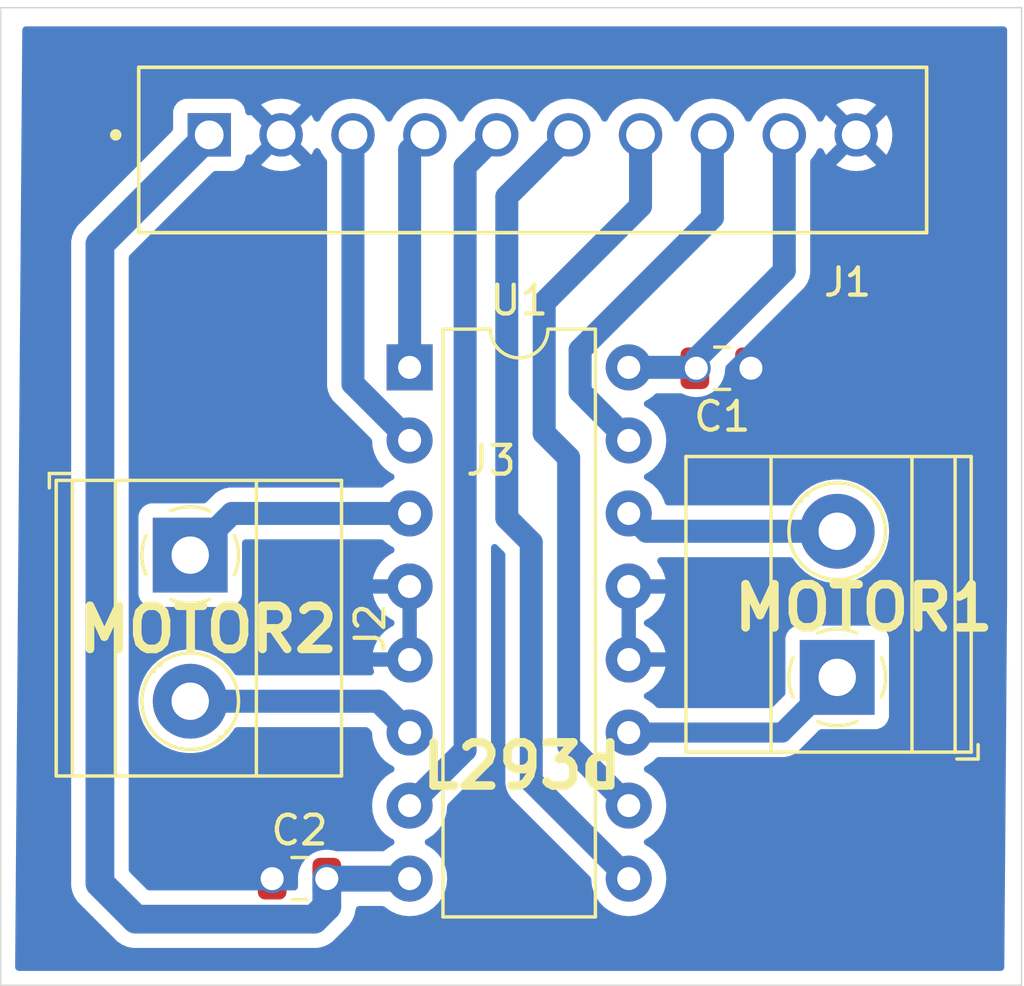
<source format=kicad_pcb>
(kicad_pcb (version 20240108) (generator "pcbnew") (generator_version "8.0")
  (layers (0 "F.Cu" signal) (31 "B.Cu" signal) (34 "B.Paste" user) (35 "F.Paste" user) (36 "B.SilkS" user "B.Silkscreen") (37 "F.SilkS" user "F.Silkscreen") (38 "B.Mask" user) (39 "F.Mask" user) (44 "Edge.Cuts" user))
  (net 0 "")
  (net 1 "GND")
  (net 2 "+5V")
  (net 3 "+12V")
  (net 4 "Net-(J2-Pin_1)")
  (net 5 "Net-(J2-Pin_2)")
  (net 6 "Net-(J3-Pin_2)")
  (net 7 "Net-(J3-Pin_1)")
  (net 8 "/M2")
  (net 9 "/M3")
  (net 10 "/PWM2")
  (net 11 "/M4")
  (net 12 "/M1")
  (net 13 "/PWM1")
  (footprint "B10B-XH-A_LF__SN_:JST_B10B-XH-A_LF__SN_" (layer "F.Cu") (at 170.5 84.4 180)
    (property "Reference" "J1" (at -10.95 -4.6 360) (layer "F.SilkS") (effects (font (size 0.944882 0.944882))))
    (property "Value" "B10B-XH-A_LF__SN_")
    (fp_line (start 13.7 2.875) (end -13.7 2.875) (stroke (width 0.127)) (layer "F.SilkS"))
    (fp_line (start 13.7 -2.875) (end 13.7 2.875) (stroke (width 0.127)) (layer "F.SilkS"))
    (fp_line (start -13.7 2.875) (end -13.7 -2.875) (stroke (width 0.127)) (layer "F.SilkS"))
    (fp_line (start -13.7 -2.875) (end 13.7 -2.875) (stroke (width 0.127)) (layer "F.SilkS"))
    (fp_circle (center 14.5 0.525) (end 14.6 0.525) (stroke (width 0.2)) (fill none) (layer "F.SilkS"))
    (pad "1" thru_hole rect (at 11.25 0.525 180) (size 1.508 1.508) (drill 1) (layers "*.Cu" "*.Mask") (net 3 "+12V"))
    (pad "2" thru_hole circle (at 8.75 0.525 180) (size 1.508 1.508) (drill 1) (layers "*.Cu" "*.Mask") (net 1 "GND"))
    (pad "3" thru_hole circle (at 6.25 0.525 180) (size 1.508 1.508) (drill 1) (layers "*.Cu" "*.Mask") (net 9 "/M3"))
    (pad "4" thru_hole circle (at 3.75 0.525 180) (size 1.508 1.508) (drill 1) (layers "*.Cu" "*.Mask") (net 10 "/PWM2"))
    (pad "5" thru_hole circle (at 1.25 0.525 180) (size 1.508 1.508) (drill 1) (layers "*.Cu" "*.Mask") (net 11 "/M4"))
    (pad "6" thru_hole circle (at -1.25 0.525 180) (size 1.508 1.508) (drill 1) (layers "*.Cu" "*.Mask") (net 13 "/PWM1"))
    (pad "7" thru_hole circle (at -3.75 0.525 180) (size 1.508 1.508) (drill 1) (layers "*.Cu" "*.Mask") (net 12 "/M1"))
    (pad "8" thru_hole circle (at -6.25 0.525 180) (size 1.508 1.508) (drill 1) (layers "*.Cu" "*.Mask") (net 8 "/M2"))
    (pad "9" thru_hole circle (at -8.75 0.525 180) (size 1.508 1.508) (drill 1) (layers "*.Cu" "*.Mask") (net 2 "+5V"))
    (pad "10" thru_hole circle (at -11.25 0.525 180) (size 1.508 1.508) (drill 1) (layers "*.Cu" "*.Mask") (net 1 "GND"))
  )
  (footprint "TerminalBlock_Phoenix:TerminalBlock_Phoenix_MKDS-1,5-2-5.08_1x02_P5.08mm_Horizontal" (layer "F.Cu") (at 181.09 102.74 90)
    (property "Reference" "J3" (at 7.54 -12.04 0) (layer "F.SilkS"))
    (property "Value" "Screw_Terminal_01x02")
    (fp_line (start 7.68 -5.261) (end 7.68 4.66) (stroke (width 0.12)) (layer "F.SilkS"))
    (fp_line (start -2.6 -5.261) (end 7.68 -5.261) (stroke (width 0.12)) (layer "F.SilkS"))
    (fp_line (start -2.6 -5.261) (end -2.6 4.66) (stroke (width 0.12)) (layer "F.SilkS"))
    (fp_line (start -2.6 -2.301) (end 7.68 -2.301) (stroke (width 0.12)) (layer "F.SilkS"))
    (fp_line (start 6.15 -1.275) (end 6.115 -1.239) (stroke (width 0.12)) (layer "F.SilkS"))
    (fp_line (start 6.355 -1.069) (end 6.308 -1.023) (stroke (width 0.12)) (layer "F.SilkS"))
    (fp_line (start 3.853 1.023) (end 3.806 1.069) (stroke (width 0.12)) (layer "F.SilkS"))
    (fp_line (start 4.046 1.239) (end 4.011 1.274) (stroke (width 0.12)) (layer "F.SilkS"))
    (fp_line (start -2.6 2.6) (end 7.68 2.6) (stroke (width 0.12)) (layer "F.SilkS"))
    (fp_line (start -2.6 4.1) (end 7.68 4.1) (stroke (width 0.12)) (layer "F.SilkS"))
    (fp_line (start -2.84 4.16) (end -2.84 4.9) (stroke (width 0.12)) (layer "F.SilkS"))
    (fp_line (start -2.6 4.66) (end 7.68 4.66) (stroke (width 0.12)) (layer "F.SilkS"))
    (fp_line (start -2.84 4.9) (end -2.34 4.9) (stroke (width 0.12)) (layer "F.SilkS"))
    (fp_arc (start -0.683042 -1.535427) (mid 0.000524 -1.680501) (end 0.684 -1.535) (stroke (width 0.12)) (layer "F.SilkS"))
    (fp_arc (start 1.535427 -0.683042) (mid 1.680501 0.000524) (end 1.535 0.684) (stroke (width 0.12)) (layer "F.SilkS"))
    (fp_arc (start -1.535427 0.683042) (mid -1.680501 -0.000524) (end -1.535 -0.684) (stroke (width 0.12)) (layer "F.SilkS"))
    (fp_arc (start 0.683318 1.534756) (mid 0.349292 1.643288) (end 0 1.68) (stroke (width 0.12)) (layer "F.SilkS"))
    (fp_arc (start 0.028805 1.680253) (mid -0.335551 1.646659) (end -0.684 1.535) (stroke (width 0.12)) (layer "F.SilkS"))
    (fp_circle (center 5.08 0) (end 6.76 0) (stroke (width 0.12)) (fill none) (layer "F.SilkS"))
    (pad "1" thru_hole rect (at 0 0 90) (size 2.6 2.6) (drill 1.3) (layers "*.Cu" "*.Mask") (net 7 "Net-(J3-Pin_1)"))
    (pad "2" thru_hole circle (at 5.08 0 90) (size 2.6 2.6) (drill 1.3) (layers "*.Cu" "*.Mask") (net 6 "Net-(J3-Pin_2)"))
  )
  (footprint "Capacitor_SMD:C_0805_2012Metric" (layer "F.Cu") (at 162.39 109.74)
    (property "Reference" "C2" (at 0 -1.68 0) (layer "F.SilkS"))
    (property "Value" "10 uF")
    (fp_line (start -0.261252 -0.735) (end 0.261252 -0.735) (stroke (width 0.12)) (layer "F.SilkS"))
    (fp_line (start -0.261252 0.735) (end 0.261252 0.735) (stroke (width 0.12)) (layer "F.SilkS"))
    (pad "1" smd roundrect (at -0.95 0) (size 1 1.45) (layers "F.Cu" "F.Paste" "F.Mask") (net 1 "GND"))
    (pad "2" smd roundrect (at 0.95 0) (size 1 1.45) (layers "F.Cu" "F.Paste" "F.Mask") (net 3 "+12V"))
  )
  (footprint "Package_DIP:DIP-16_W7.62mm" (layer "F.Cu") (at 166.22 91.96)
    (property "Reference" "U1" (at 3.81 -2.33 0) (layer "F.SilkS"))
    (property "Value" "L293D")
    (fp_line (start 1.16 -1.33) (end 1.16 19.11) (stroke (width 0.12)) (layer "F.SilkS"))
    (fp_line (start 1.16 19.11) (end 6.46 19.11) (stroke (width 0.12)) (layer "F.SilkS"))
    (fp_line (start 2.81 -1.33) (end 1.16 -1.33) (stroke (width 0.12)) (layer "F.SilkS"))
    (fp_line (start 6.46 -1.33) (end 4.81 -1.33) (stroke (width 0.12)) (layer "F.SilkS"))
    (fp_line (start 6.46 19.11) (end 6.46 -1.33) (stroke (width 0.12)) (layer "F.SilkS"))
    (fp_arc (start 4.81 -1.33) (mid 3.81 -0.33) (end 2.81 -1.33) (stroke (width 0.12)) (layer "F.SilkS"))
    (pad "1" thru_hole rect (at 0 0) (size 1.6 1.6) (drill 0.8) (layers "*.Cu" "*.Mask") (net 10 "/PWM2"))
    (pad "2" thru_hole oval (at 0 2.54) (size 1.6 1.6) (drill 0.8) (layers "*.Cu" "*.Mask") (net 9 "/M3"))
    (pad "3" thru_hole oval (at 0 5.08) (size 1.6 1.6) (drill 0.8) (layers "*.Cu" "*.Mask") (net 4 "Net-(J2-Pin_1)"))
    (pad "4" thru_hole oval (at 0 7.62) (size 1.6 1.6) (drill 0.8) (layers "*.Cu" "*.Mask") (net 1 "GND"))
    (pad "5" thru_hole oval (at 0 10.16) (size 1.6 1.6) (drill 0.8) (layers "*.Cu" "*.Mask") (net 1 "GND"))
    (pad "6" thru_hole oval (at 0 12.7) (size 1.6 1.6) (drill 0.8) (layers "*.Cu" "*.Mask") (net 5 "Net-(J2-Pin_2)"))
    (pad "7" thru_hole oval (at 0 15.24) (size 1.6 1.6) (drill 0.8) (layers "*.Cu" "*.Mask") (net 11 "/M4"))
    (pad "8" thru_hole oval (at 0 17.78) (size 1.6 1.6) (drill 0.8) (layers "*.Cu" "*.Mask") (net 3 "+12V"))
    (pad "9" thru_hole oval (at 7.62 17.78) (size 1.6 1.6) (drill 0.8) (layers "*.Cu" "*.Mask") (net 13 "/PWM1"))
    (pad "10" thru_hole oval (at 7.62 15.24) (size 1.6 1.6) (drill 0.8) (layers "*.Cu" "*.Mask") (net 12 "/M1"))
    (pad "11" thru_hole oval (at 7.62 12.7) (size 1.6 1.6) (drill 0.8) (layers "*.Cu" "*.Mask") (net 7 "Net-(J3-Pin_1)"))
    (pad "12" thru_hole oval (at 7.62 10.16) (size 1.6 1.6) (drill 0.8) (layers "*.Cu" "*.Mask") (net 1 "GND"))
    (pad "13" thru_hole oval (at 7.62 7.62) (size 1.6 1.6) (drill 0.8) (layers "*.Cu" "*.Mask") (net 1 "GND"))
    (pad "14" thru_hole oval (at 7.62 5.08) (size 1.6 1.6) (drill 0.8) (layers "*.Cu" "*.Mask") (net 6 "Net-(J3-Pin_2)"))
    (pad "15" thru_hole oval (at 7.62 2.54) (size 1.6 1.6) (drill 0.8) (layers "*.Cu" "*.Mask") (net 8 "/M2"))
    (pad "16" thru_hole oval (at 7.62 0) (size 1.6 1.6) (drill 0.8) (layers "*.Cu" "*.Mask") (net 2 "+5V"))
  )
  (footprint "TerminalBlock_Phoenix:TerminalBlock_Phoenix_MKDS-1,5-2-5.08_1x02_P5.08mm_Horizontal" (layer "F.Cu") (at 158.59 98.49 -90)
    (property "Reference" "J2" (at 2.54 -6.26 90) (layer "F.SilkS"))
    (property "Value" "Screw_Terminal_01x02")
    (fp_line (start -2.84 4.9) (end -2.34 4.9) (stroke (width 0.12)) (layer "F.SilkS"))
    (fp_line (start -2.6 4.66) (end 7.68 4.66) (stroke (width 0.12)) (layer "F.SilkS"))
    (fp_line (start -2.84 4.16) (end -2.84 4.9) (stroke (width 0.12)) (layer "F.SilkS"))
    (fp_line (start -2.6 4.1) (end 7.68 4.1) (stroke (width 0.12)) (layer "F.SilkS"))
    (fp_line (start -2.6 2.6) (end 7.68 2.6) (stroke (width 0.12)) (layer "F.SilkS"))
    (fp_line (start 4.046 1.239) (end 4.011 1.274) (stroke (width 0.12)) (layer "F.SilkS"))
    (fp_line (start 3.853 1.023) (end 3.806 1.069) (stroke (width 0.12)) (layer "F.SilkS"))
    (fp_line (start 6.355 -1.069) (end 6.308 -1.023) (stroke (width 0.12)) (layer "F.SilkS"))
    (fp_line (start 6.15 -1.275) (end 6.115 -1.239) (stroke (width 0.12)) (layer "F.SilkS"))
    (fp_line (start -2.6 -2.301) (end 7.68 -2.301) (stroke (width 0.12)) (layer "F.SilkS"))
    (fp_line (start -2.6 -5.261) (end -2.6 4.66) (stroke (width 0.12)) (layer "F.SilkS"))
    (fp_line (start -2.6 -5.261) (end 7.68 -5.261) (stroke (width 0.12)) (layer "F.SilkS"))
    (fp_line (start 7.68 -5.261) (end 7.68 4.66) (stroke (width 0.12)) (layer "F.SilkS"))
    (fp_arc (start 0.028805 1.680253) (mid -0.335551 1.646659) (end -0.684 1.535) (stroke (width 0.12)) (layer "F.SilkS"))
    (fp_arc (start 0.683318 1.534756) (mid 0.349292 1.643288) (end 0 1.68) (stroke (width 0.12)) (layer "F.SilkS"))
    (fp_arc (start -1.535427 0.683042) (mid -1.680501 -0.000524) (end -1.535 -0.684) (stroke (width 0.12)) (layer "F.SilkS"))
    (fp_arc (start 1.535427 -0.683042) (mid 1.680501 0.000524) (end 1.535 0.684) (stroke (width 0.12)) (layer "F.SilkS"))
    (fp_arc (start -0.683042 -1.535427) (mid 0.000524 -1.680501) (end 0.684 -1.535) (stroke (width 0.12)) (layer "F.SilkS"))
    (fp_circle (center 5.08 0) (end 6.76 0) (stroke (width 0.12)) (fill none) (layer "F.SilkS"))
    (pad "1" thru_hole rect (at 0 0 270) (size 2.6 2.6) (drill 1.3) (layers "*.Cu" "*.Mask") (net 4 "Net-(J2-Pin_1)"))
    (pad "2" thru_hole circle (at 5.08 0 270) (size 2.6 2.6) (drill 1.3) (layers "*.Cu" "*.Mask") (net 5 "Net-(J2-Pin_2)"))
  )
  (footprint "Capacitor_SMD:C_0805_2012Metric" (layer "F.Cu") (at 177.09 91.99 180)
    (property "Reference" "C1" (at 0 -1.68 0) (layer "F.SilkS"))
    (property "Value" "10 uF")
    (fp_line (start -0.261252 0.735) (end 0.261252 0.735) (stroke (width 0.12)) (layer "F.SilkS"))
    (fp_line (start -0.261252 -0.735) (end 0.261252 -0.735) (stroke (width 0.12)) (layer "F.SilkS"))
    (pad "1" smd roundrect (at -0.95 0 180) (size 1 1.45) (layers "F.Cu" "F.Paste" "F.Mask") (net 1 "GND"))
    (pad "2" smd roundrect (at 0.95 0 180) (size 1 1.45) (layers "F.Cu" "F.Paste" "F.Mask") (net 2 "+5V"))
  )
  (gr_rect (start 152 79.45) (end 187.5 113.45) (stroke (width 0.05)) (fill none) (layer "Edge.Cuts"))
  (gr_text "MOTOR1" (at 177.35 101.2 0) (layer "F.SilkS") (effects (font (size 1.5 1.5) (thickness 0.3) (bold yes)) (justify left bottom)))
  (gr_text "MOTOR2" (at 154.55 101.95 0) (layer "F.SilkS") (effects (font (size 1.5 1.5) (thickness 0.3) (bold yes)) (justify left bottom)))
  (gr_text "L293d" (at 166.5 106.7 0) (layer "F.SilkS") (effects (font (size 1.5 1.5) (thickness 0.3) (bold yes)) (justify left bottom)))
  (via (at 161.44 109.74) (size 1) (drill 0.8) (layers "F.Cu" "B.Cu") (net 1))
  (via (at 178.09 91.99) (size 1) (drill 0.8) (layers "F.Cu" "B.Cu") (net 1))
  (via (at 176.19 91.99) (size 1) (drill 0.8) (layers "F.Cu" "B.Cu") (net 2))
  (segment (start 179.25 88.6) (end 179.25 83.875) (width 0.8) (layer "B.Cu") (net 2))
  (segment (start 176.16 91.96) (end 173.84 91.96) (width 0.8) (layer "B.Cu") (net 2))
  (segment (start 176.19 91.99) (end 176.16 91.96) (width 0.8) (layer "B.Cu") (net 2))
  (segment (start 176.19 91.66) (end 179.25 88.6) (width 0.8) (layer "B.Cu") (net 2))
  (segment (start 176.19 91.99) (end 176.19 91.66) (width 0.8) (layer "B.Cu") (net 2))
  (via (at 163.34 109.74) (size 1) (drill 0.8) (layers "F.Cu" "B.Cu") (net 3))
  (segment (start 163.34 110.71) (end 162.9 111.15) (width 1) (layer "B.Cu") (net 3))
  (segment (start 155.45 109.9) (end 155.45 87.675) (width 1) (layer "B.Cu") (net 3))
  (segment (start 163.34 109.74) (end 163.34 110.71) (width 1) (layer "B.Cu") (net 3))
  (segment (start 166.22 109.74) (end 163.34 109.74) (width 0.9) (layer "B.Cu") (net 3))
  (segment (start 162.9 111.15) (end 156.7 111.15) (width 1) (layer "B.Cu") (net 3))
  (segment (start 156.7 111.15) (end 155.45 109.9) (width 1) (layer "B.Cu") (net 3))
  (segment (start 155.45 87.675) (end 159.25 83.875) (width 1) (layer "B.Cu") (net 3))
  (segment (start 160.04 97.04) (end 158.59 98.49) (width 0.8) (layer "B.Cu") (net 4))
  (segment (start 166.22 97.04) (end 160.04 97.04) (width 0.8) (layer "B.Cu") (net 4))
  (segment (start 158.59 103.57) (end 165.13 103.57) (width 0.8) (layer "B.Cu") (net 5))
  (segment (start 165.13 103.57) (end 166.22 104.66) (width 0.8) (layer "B.Cu") (net 5))
  (segment (start 181.09 97.66) (end 174.46 97.66) (width 0.8) (layer "B.Cu") (net 6))
  (segment (start 174.46 97.66) (end 173.84 97.04) (width 0.8) (layer "B.Cu") (net 6))
  (segment (start 179.17 104.66) (end 181.09 102.74) (width 0.7) (layer "B.Cu") (net 7))
  (segment (start 173.84 104.66) (end 179.17 104.66) (width 0.7) (layer "B.Cu") (net 7))
  (segment (start 173.84 94.5) (end 172.15 92.81) (width 0.8) (layer "B.Cu") (net 8))
  (segment (start 172.15 91.35) (end 176.75 86.75) (width 0.8) (layer "B.Cu") (net 8))
  (segment (start 172.15 92.81) (end 172.15 91.35) (width 0.8) (layer "B.Cu") (net 8))
  (segment (start 176.75 86.75) (end 176.75 83.875) (width 0.8) (layer "B.Cu") (net 8))
  (segment (start 164.25 83.875) (end 164.25 92.53) (width 0.8) (layer "B.Cu") (net 9))
  (segment (start 164.25 92.53) (end 166.22 94.5) (width 0.8) (layer "B.Cu") (net 9))
  (segment (start 166.22 84.405) (end 166.75 83.875) (width 0.8) (layer "B.Cu") (net 10))
  (segment (start 166.22 91.96) (end 166.22 84.405) (width 0.8) (layer "B.Cu") (net 10))
  (segment (start 169.25 83.875) (end 168.15 84.975) (width 0.8) (layer "B.Cu") (net 11))
  (segment (start 168.15 105.27) (end 166.22 107.2) (width 0.8) (layer "B.Cu") (net 11))
  (segment (start 168.15 84.975) (end 168.15 105.27) (width 0.8) (layer "B.Cu") (net 11))
  (segment (start 171.75 95.1) (end 171.75 105.11) (width 0.8) (layer "B.Cu") (net 12))
  (segment (start 170.9 89.7) (end 170.9 94.25) (width 0.8) (layer "B.Cu") (net 12))
  (segment (start 170.9 94.25) (end 171.75 95.1) (width 0.8) (layer "B.Cu") (net 12))
  (segment (start 174.25 83.875) (end 174.25 86.35) (width 0.8) (layer "B.Cu") (net 12))
  (segment (start 174.25 86.35) (end 170.9 89.7) (width 0.8) (layer "B.Cu") (net 12))
  (segment (start 171.75 105.11) (end 173.84 107.2) (width 0.8) (layer "B.Cu") (net 12))
  (segment (start 170.45 98.05) (end 169.6 97.2) (width 0.8) (layer "B.Cu") (net 13))
  (segment (start 169.6 97.2) (end 169.6 86.025) (width 0.8) (layer "B.Cu") (net 13))
  (segment (start 169.6 86.025) (end 171.75 83.875) (width 0.8) (layer "B.Cu") (net 13))
  (segment (start 173.84 109.74) (end 170.45 106.35) (width 0.8) (layer "B.Cu") (net 13))
  (segment (start 170.45 106.35) (end 170.45 98.05) (width 0.8) (layer "B.Cu") (net 13))
  (zone (net 1) (net_name "GND") (layer "B.Cu") (connect_pads (clearance 0.5)) (min_thickness 0.25) (fill yes (thermal_gap 0.5) (thermal_bridge_width 0.5))
    (polygon (pts (xy 187.15 80.1) (xy 152.75 80.1) (xy 152.5 113) (xy 186.9 113)))
  )
)
</source>
